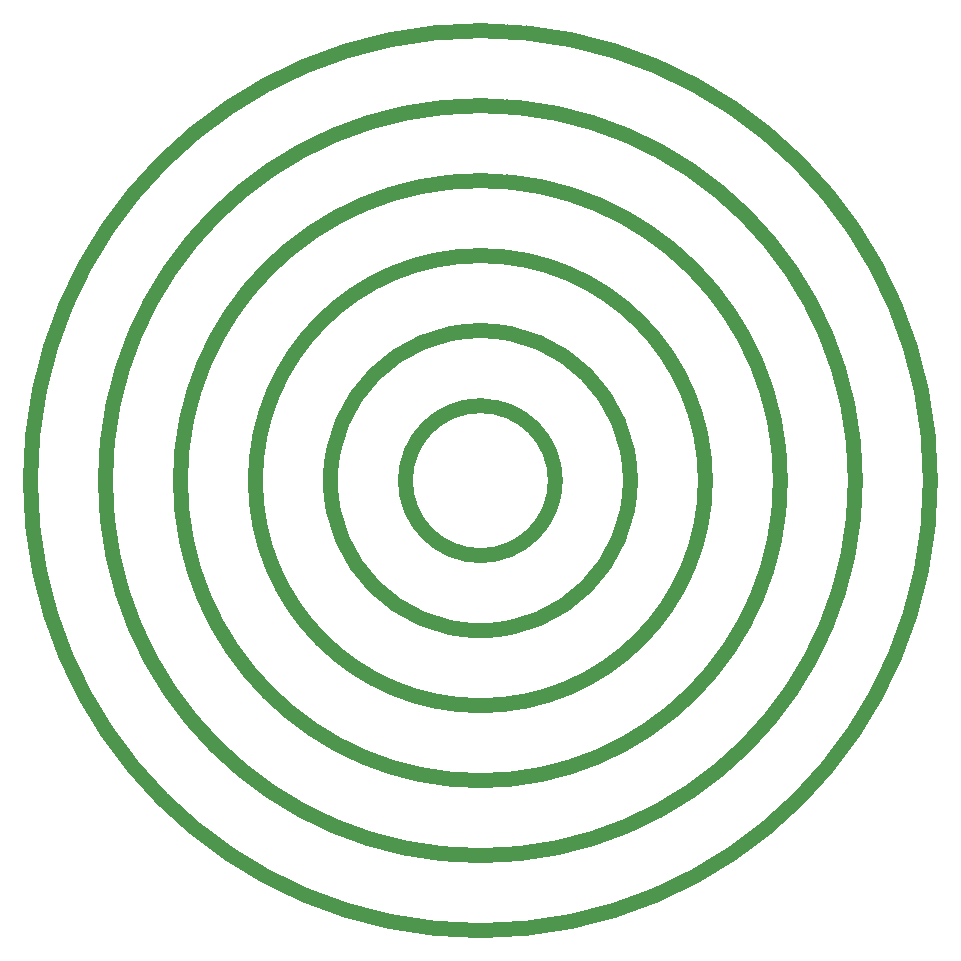
<source format=gbr>
G04 #@! TF.GenerationSoftware,KiCad,Pcbnew,(5.0.0)*
G04 #@! TF.CreationDate,2019-01-30T21:46:38-08:00*
G04 #@! TF.ProjectId,Targaryen_coaster,54617267617279656E5F636F61737465,rev?*
G04 #@! TF.SameCoordinates,Original*
G04 #@! TF.FileFunction,Copper,L1,Top,Signal*
G04 #@! TF.FilePolarity,Positive*
%FSLAX46Y46*%
G04 Gerber Fmt 4.6, Leading zero omitted, Abs format (unit mm)*
G04 Created by KiCad (PCBNEW (5.0.0)) date 01/30/19 21:46:38*
%MOMM*%
%LPD*%
G01*
G04 APERTURE LIST*
G04 #@! TA.AperFunction,EtchedComponent*
%ADD10C,1.270000*%
G04 #@! TD*
G04 APERTURE END LIST*
D10*
G04 #@! TO.C,REF\002A\002A*
X146050000Y-107950000D02*
G75*
G03X146050000Y-107950000I-6350000J0D01*
G01*
X152400000Y-107950000D02*
G75*
G03X152400000Y-107950000I-12700000J0D01*
G01*
X158750000Y-107950000D02*
G75*
G03X158750000Y-107950000I-19050000J0D01*
G01*
X165100000Y-107950000D02*
G75*
G03X165100000Y-107950000I-25400000J0D01*
G01*
X171450000Y-107950000D02*
G75*
G03X171450000Y-107950000I-31750000J0D01*
G01*
X177800000Y-107950000D02*
G75*
G03X177800000Y-107950000I-38100000J0D01*
G01*
G04 #@! TD*
M02*

</source>
